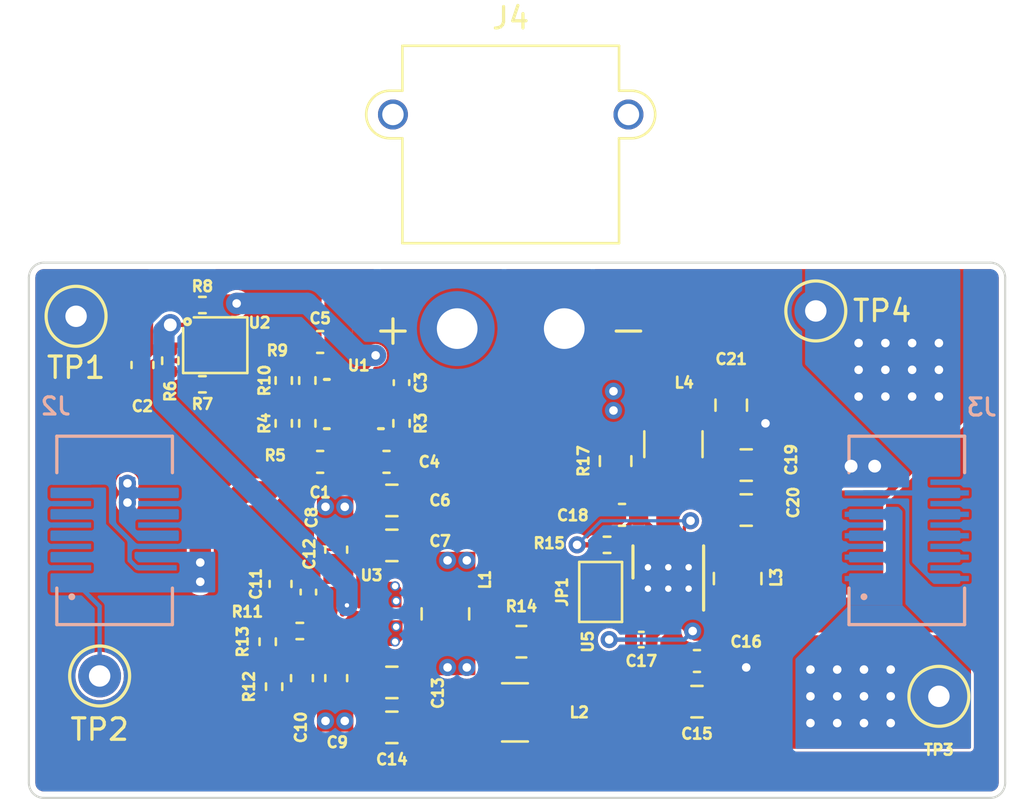
<source format=kicad_pcb>
(kicad_pcb (version 20221018) (generator pcbnew)
  (layers (0 "F.Cu" signal) (1 "In1.Cu" signal) (2 "In2.Cu" signal) (31 "B.Cu" signal) (34 "B.Paste" user) (35 "F.Paste" user) (36 "B.SilkS" user "B.Silkscreen") (37 "F.SilkS" user "F.Silkscreen") (38 "B.Mask" user) (39 "F.Mask" user) (44 "Edge.Cuts" user))
  (net 0 "")
  (net 1 "+BATT")
  (net 2 "GND")
  (net 3 "VBUS")
  (net 4 "+VDC")
  (net 5 "Net-(U1-SS)")
  (net 6 "Net-(U3-BST1)")
  (net 7 "Net-(C8-Pad2)")
  (net 8 "Net-(C9-Pad1)")
  (net 9 "Net-(U3-BST2)")
  (net 10 "Net-(C10-Pad1)")
  (net 11 "Net-(U3-FB)")
  (net 12 "Net-(U3-SCL)")
  (net 13 "+5V")
  (net 14 "Net-(U5-BST)")
  (net 15 "Net-(U5-LX)")
  (net 16 "Net-(U5-BIAS)")
  (net 17 "Net-(U5-OUT)")
  (net 18 "+3V3")
  (net 19 "Net-(JP1-B)")
  (net 20 "Net-(U1-ILM)")
  (net 21 "Net-(U1-OV1)")
  (net 22 "Net-(U2-IN+)")
  (net 23 "/LVC")
  (net 24 "Net-(U1-OV2)")
  (net 25 "Net-(U3-SEL)")
  (net 26 "Net-(U5-PGOOD)")
  (footprint "Capacitor_SMD:C_0603_1608Metric" (layer "F.Cu") (at 109.6 54.2 180)
    (fp_text reference "C5")
    (fp_text value "10uF")
  )
  (footprint "Capacitor_SMD:C_0805_2012Metric" (layer "F.Cu") (at 112.95 72.2)
    (fp_text reference "C14")
    (fp_text value "10uF")
  )
  (footprint "Capacitor_SMD:C_0805_2012Metric" (layer "F.Cu") (at 112.95 70.1)
    (fp_text reference "C13")
    (fp_text value "10uF")
  )
  (footprint "Capacitor_SMD:C_0805_2012Metric" (layer "F.Cu") (at 129.5 62.05)
    (fp_text reference "C20")
    (fp_text value "15uF")
  )
  (footprint "Resistor_SMD:R_0402_1005Metric" (layer "F.Cu") (at 107.9 56 90)
    (fp_text reference "R10")
    (fp_text value "5k")
  )
  (footprint "Capacitor_SMD:C_0805_2012Metric" (layer "F.Cu") (at 112.95 63.7)
    (fp_text reference "C7")
    (fp_text value "10uF")
  )
  (footprint "Inductor_SMD:L_1008_2520Metric_Pad1.43x2.20mm_HandSolder" (layer "F.Cu") (at 129.1 65.25 90)
    (fp_text reference "L3")
    (fp_text value "2.2uH")
  )
  (footprint "Resistor_SMD:R_0402_1005Metric" (layer "F.Cu") (at 123 63.675 180)
    (fp_text reference "R15")
    (fp_text value "20k")
  )
  (footprint "Resistor_SMD:R_0402_1005Metric" (layer "F.Cu") (at 104.1 52.475 180)
    (fp_text reference "R8")
    (fp_text value "510k")
  )
  (footprint "Capacitor_SMD:C_0603_1608Metric" (layer "F.Cu") (at 101.3 55.275 -90)
    (fp_text reference "C2")
    (fp_text value "1uF")
  )
  (footprint "Capacitor_SMD:C_0603_1608Metric" (layer "F.Cu") (at 112.7 59.8)
    (fp_text reference "C4")
    (fp_text value "1uF")
  )
  (footprint "Resistor_SMD:R_0402_1005Metric" (layer "F.Cu") (at 109 56 -90)
    (fp_text reference "R9")
    (fp_text value "23.7k")
  )
  (footprint "Inductor_SMD:L_1210_3225Metric_Pad1.42x2.65mm_HandSolder" (layer "F.Cu") (at 126.1 58.975 90)
    (fp_text reference "L4")
    (fp_text value "3.3uH")
  )
  (footprint "Resistor_SMD:R_0402_1005Metric" (layer "F.Cu") (at 107.9 58 90)
    (fp_text reference "R4")
    (fp_text value "23.7k")
  )
  (footprint "Resistor_SMD:R_0805_2012Metric" (layer "F.Cu") (at 119 68.2)
    (fp_text reference "R14")
    (fp_text value "100m")
  )
  (footprint "Capacitor_SMD:C_0603_1608Metric" (layer "F.Cu") (at 110.35 69.9 90)
    (fp_text reference "C9")
    (fp_text value "220nF")
  )
  (footprint "Capacitor_SMD:C_0402_1005Metric" (layer "F.Cu") (at 124.6 68.1 180)
    (fp_text reference "C17")
    (fp_text value "0.1uF")
  )
  (footprint "PowerPack_Lib:MAX77857-35WLP" (layer "F.Cu") (at 111.45 66.9)
    (fp_text reference "U3")
    (fp_text value "MAX77857")
  )
  (footprint "Resistor_SMD:R_0402_1005Metric" (layer "F.Cu") (at 102.6 55.075 -90)
    (fp_text reference "R6")
    (fp_text value "1.05M")
  )
  (footprint "TestPoint:TestPoint_Keystone_5000-5004_Miniature" (layer "F.Cu") (at 138.5 70.75)
    (fp_text reference "TP3")
    (fp_text value "TestPoint")
  )
  (footprint "Capacitor_SMD:C_0603_1608Metric" (layer "F.Cu") (at 123.7 62.275 180)
    (fp_text reference "C18")
    (fp_text value "1uF")
  )
  (footprint "Capacitor_SMD:C_0603_1608Metric" (layer "F.Cu") (at 127.2 69.1)
    (fp_text reference "C16")
    (fp_text value "4.7uF")
  )
  (footprint "TestPoint:TestPoint_Keystone_5000-5004_Miniature" (layer "F.Cu") (at 132.75 52.75)
    (fp_text reference "TP4")
    (fp_text value "TestPoint")
  )
  (footprint "Resistor_SMD:R_0402_1005Metric" (layer "F.Cu") (at 104.1 56.175)
    (fp_text reference "R7")
    (fp_text value "154k")
  )
  (footprint "Resistor_SMD:R_0402_1005Metric" (layer "F.Cu") (at 113.4 58 -90)
    (fp_text reference "R3")
    (fp_text value "44.2k")
  )
  (footprint "Inductor_SMD:L_1210_3225Metric_Pad1.42x2.65mm_HandSolder" (layer "F.Cu") (at 118.7 71.5)
    (fp_text reference "L2")
    (fp_text value "3.3uH")
  )
  (footprint "Capacitor_SMD:C_0805_2012Metric" (layer "F.Cu") (at 129.5 59.95)
    (fp_text reference "C19")
    (fp_text value "15uF")
  )
  (footprint "Capacitor_SMD:C_0402_1005Metric" (layer "F.Cu") (at 109.05 65.88 90)
    (fp_text reference "C12")
    (fp_text value "470nF")
  )
  (footprint "Resistor_SMD:R_0402_1005Metric" (layer "F.Cu") (at 107.45 70.3 90)
    (fp_text reference "R12")
    (fp_text value "178k")
  )
  (footprint "Capacitor_SMD:C_0805_2012Metric" (layer "F.Cu") (at 112.95 61.6)
    (fp_text reference "C6")
    (fp_text value "10uF")
  )
  (footprint "Inductor_SMD:L_1008_2520Metric_Pad1.43x2.20mm_HandSolder" (layer "F.Cu") (at 115.45 66.9 -90)
    (fp_text reference "L1")
    (fp_text value "1.0uH")
  )
  (footprint "Capacitor_SMD:C_0603_1608Metric" (layer "F.Cu") (at 107.75 65.5 90)
    (fp_text reference "C11")
    (fp_text value "2.2uF")
  )
  (footprint "Capacitor_SMD:C_0603_1608Metric" (layer "F.Cu") (at 110.35 63.9 90)
    (fp_text reference "C8")
    (fp_text value "220nF")
  )
  (footprint "PowerPack_Lib:MAX25232" (layer "F.Cu") (at 125.86 65.2225 90)
    (fp_text reference "U5")
    (fp_text value "MAX25232ATCB/V+T")
  )
  (footprint "PCM_Package_DFN_QFN_AKL:DFN-3-1EP-2x2mm_P0.5mm_EP1x1.35mm" (layer "F.Cu") (at 104.9 54.35)
    (fp_text reference "U2")
    (fp_text value "LT6703CDC-3" hide)
  )
  (footprint "Capacitor_SMD:C_0805_2012Metric" (layer "F.Cu") (at 128.8 57.15 -90)
    (fp_text reference "C21")
    (fp_text value "15uF")
  )
  (footprint "PowerPack_Lib:TPS2121" (layer "F.Cu") (at 111.2 57.1)
    (fp_text reference "U1")
    (fp_text value "TPS2121RUXR")
  )
  (footprint "Capacitor_SMD:C_0603_1608Metric" (layer "F.Cu") (at 109.6 59.8 180)
    (fp_text reference "C1")
    (fp_text value "10uF")
  )
  (footprint "Capacitor_SMD:C_0402_1005Metric" (layer "F.Cu") (at 113.4 56.1 90)
    (fp_text reference "C3")
    (fp_text value "10nF")
  )
  (footprint "Resistor_SMD:R_0402_1005Metric" (layer "F.Cu") (at 109 58 -90)
    (fp_text reference "R5")
    (fp_text value "5k")
  )
  (footprint "Resistor_SMD:R_0402_1005Metric" (layer "F.Cu") (at 108.65 67.7)
    (fp_text reference "R11")
    (fp_text value "64.9k")
  )
  (footprint "Capacitor_SMD:C_0603_1608Metric" (layer "F.Cu") (at 108.75 69.9 90)
    (fp_text reference "C10")
    (fp_text value "10pF")
  )
  (footprint "Connector_AMASS:AMASS_XT30PW-M_1x02_P2.50mm_Horizontal" (layer "F.Cu") (at 121 53.575)
    (fp_text reference "J4")
    (fp_text value "XT30")
  )
  (footprint "Resistor_SMD:R_0402_1005Metric" (layer "F.Cu") (at 107.15 68.2 90)
    (fp_text reference "R13")
    (fp_text value "12.7k")
  )
  (footprint "Jumper:SolderJumper-2_P1.3mm_Open_TrianglePad1.0x1.5mm" (layer "F.Cu") (at 122.7 65.875 90)
    (fp_text reference "JP1")
    (fp_text value "SolderJumper_2_Open")
  )
  (footprint "Capacitor_SMD:C_0805_2012Metric" (layer "F.Cu") (at 127.2 71)
    (fp_text reference "C15")
    (fp_text value "15uF")
  )
  (footprint "TestPoint:TestPoint_Keystone_5000-5004_Miniature" (layer "F.Cu") (at 98.2 53)
    (fp_text reference "TP1")
    (fp_text value "TestPoint")
  )
  (footprint "TestPoint:TestPoint_Keystone_5000-5004_Miniature" (layer "F.Cu") (at 99.3 69.8)
    (fp_text reference "TP2")
    (fp_text value "TestPoint")
  )
  (footprint "Resistor_SMD:R_0805_2012Metric" (layer "F.Cu") (at 123.4 59.7625 90)
    (fp_text reference "R17")
    (fp_text value "100m")
  )
  (footprint "PowerPack_Lib:CON_529910208" (layer "B.Cu") (at 137 63 90)
    (fp_text reference "J3")
    (fp_text value "529910208")
  )
  (footprint "PowerPack_Lib:CON_529910208" (layer "B.Cu") (at 100 63 90)
    (fp_text reference "J2")
    (fp_text value "529910208")
  )
  (gr_line (start 140.894975 75.494975) (end 96.694975 75.494975) (stroke (width 0.1)) (layer "Edge.Cuts"))
  (gr_arc (start 96.694975 75.494975) (mid 96.2 75.28995) (end 95.994975 74.794975) (stroke (width 0.1)) (layer "Edge.Cuts"))
  (gr_arc (start 141.594975 74.794975) (mid 141.389957 75.289957) (end 140.894975 75.494975) (stroke (width 0.1)) (layer "Edge.Cuts"))
  (gr_arc (start 140.894975 50.494975) (mid 141.389975 50.69999) (end 141.594975 51.194975) (stroke (width 0.1)) (layer "Edge.Cuts"))
  (gr_line (start 96.694975 50.494975) (end 140.894975 50.494975) (stroke (width 0.1)) (layer "Edge.Cuts"))
  (gr_line (start 95.994975 74.794975) (end 95.994975 51.194975) (stroke (width 0.1)) (layer "Edge.Cuts"))
  (gr_arc (start 95.994975 51.194975) (mid 96.2 50.7) (end 96.694975 50.494975) (stroke (width 0.1)) (layer "Edge.Cuts"))
  (gr_line (start 141.594975 51.194975) (end 141.594975 74.794975) (stroke (width 0.1)) (layer "Edge.Cuts"))
  (segment (start 109.91 55.49) (end 110.1 55.3) (width 0.25) (layer "F.Cu") (net 1))
  (segment (start 109 55.49) (end 109.91 55.49) (width 0.25) (layer "F.Cu") (net 1))
  (segment (start 130.3 58.1) (end 130.4 58) (width 1) (layer "F.Cu") (net 2))
  (segment (start 127.11 66.6975) (end 127.11 66.0225) (width 0.15) (layer "F.Cu") (net 2))
  (segment (start 129.2 69.1) (end 129.5 69.4) (width 1) (layer "F.Cu") (net 2))
  (segment (start 127.975 70.825) (end 128.15 71) (width 1) (layer "F.Cu") (net 2))
  (segment (start 130.45 58.05) (end 130.4 58) (width 1) (layer "F.Cu") (net 2))
  (segment (start 127.11 66.0225) (end 126.81 65.7225) (width 0.15) (layer "F.Cu") (net 2))
  (segment (start 130.45 59.95) (end 130.45 58.05) (width 1) (layer "F.Cu") (net 2))
  (segment (start 127.975 69.1) (end 127.975 70.825) (width 1) (layer "F.Cu") (net 2))
  (segment (start 128.8 58.1) (end 130.3 58.1) (width 1) (layer "F.Cu") (net 2))
  (segment (start 127.975 69.1) (end 129.2 69.1) (width 1) (layer "F.Cu") (net 2))
  (via (at 135.5 60) (size 1) (drill 0.6) (layers "F.Cu" "B.Cu") (net 2))
  (via (at 129.5 69.4) (size 0.8) (drill 0.4) (layers "F.Cu" "B.Cu") (net 2))
  (via (at 130.4 58) (size 0.8) (drill 0.4) (layers "F.Cu" "B.Cu") (net 2))
  (via (at 134.4 60) (size 1) (drill 0.6) (layers "F.Cu" "B.Cu") (net 2))
  (segment (start 101.050002 64.750002) (end 100.7 64.4) (width 0.2) (layer "B.Cu") (net 2))
  (segment (start 100.7 64.4) (end 100.7 63.5) (width 0.2) (layer "B.Cu") (net 2))
  (segment (start 102.000001 64.750002) (end 101.050002 64.750002) (width 0.2) (layer "B.Cu") (net 2))
  (segment (start 107.333812 60.966188) (end 107.333812 59.076188) (width 0.2) (layer "F.Cu") (net 3))
  (segment (start 110.375 60.125) (end 109.533812 60.966188) (width 0.2) (layer "F.Cu") (net 3))
  (segment (start 104 64.5) (end 104 65.4) (width 1) (layer "F.Cu") (net 3))
  (segment (start 109.533812 60.966188) (end 107.333812 60.966188) (width 0.2) (layer "F.Cu") (net 3))
  (segment (start 110.375 59.8) (end 110.375 60.125) (width 0.15) (layer "F.Cu") (net 3))
  (segment (start 104 63.2) (end 104 64.5) (width 1) (layer "F.Cu") (net 3))
  (segment (start 107.333812 60.966188) (end 107.1 61.2) (width 1) (layer "F.Cu") (net 3))
  (segment (start 107.1 61.2) (end 106 61.2) (width 1) (layer "F.Cu") (net 3))
  (segment (start 107.333812 59.076188) (end 107.9 58.51) (width 0.2) (layer "F.Cu") (net 3))
  (segment (start 106 61.2) (end 104 63.2) (width 1) (layer "F.Cu") (net 3))
  (via (at 104 64.5) (size 0.8) (drill 0.4) (layers "F.Cu" "B.Cu") (net 3))
  (via (at 104 65.4) (size 0.8) (drill 0.4) (layers "F.Cu" "B.Cu") (net 3))
  (segment (start 99.3 66.55) (end 99.3 69.8) (width 0.2) (layer "B.Cu") (net 3))
  (segment (start 97.999999 65.250001) (end 99.3 66.55) (width 0.2) (layer "B.Cu") (net 3))
  (segment (start 104.61 51.71) (end 104.3 51.4) (width 1) (layer "F.Cu") (net 4))
  (segment (start 104.61 52.475) (end 105.625 52.475) (width 1) (layer "F.Cu") (net 4))
  (segment (start 112.190828 54.824535) (end 111.524998 55.490365) (width 0.4) (layer "F.Cu") (net 4))
  (segment (start 111.524998 55.490365) (end 111.524998 56.425) (width 0.4) (layer "F.Cu") (net 4))
  (segment (start 101.365 54.565) (end 101.3 54.5) (width 0.25) (layer "F.Cu") (net 4))
  (segment (start 105.625 52.475) (end 105.7 52.4) (width 1) (layer "F.Cu") (net 4))
  (segment (start 104.3 51.4) (end 102 51.4) (width 1) (layer "F.Cu") (net 4))
  (segment (start 103.9375 54.35) (end 102.815 54.35) (width 0.25) (layer "F.Cu") (net 4))
  (segment (start 102.815 54.35) (end 102.6 54.565) (width 0.25) (layer "F.Cu") (net 4))
  (segment (start 102.6 54.565) (end 101.365 54.565) (width 0.5) (layer "F.Cu") (net 4))
  (segment (start 104.61 52.475) (end 104.61 51.71) (width 1) (layer "F.Cu") (net 4))
  (segment (start 101.3 52.1) (end 101.3 54.5) (width 1) (layer "F.Cu") (net 4))
  (segment (start 102 51.4) (end 101.3 52.1) (width 1) (layer "F.Cu") (net 4))
  (via (at 105.7 52.4) (size 0.8) (drill 0.4) (layers "F.Cu" "B.Cu") (net 4))
  (via (at 112.190828 54.824535) (size 0.8) (drill 0.4) (layers "F.Cu" "B.Cu") (net 4))
  (segment (start 111.424535 54.824535) (end 109 52.4) (width 1) (layer "B.Cu") (net 4))
  (segment (start 112.190828 54.824535) (end 111.424535 54.824535) (width 1) (layer "B.Cu") (net 4))
  (segment (start 109 52.4) (end 105.7 52.4) (width 1) (layer "B.Cu") (net 4))
  (segment (start 112.349998 56.85) (end 113.13 56.85) (width 0.15) (layer "F.Cu") (net 5))
  (segment (start 113.13 56.85) (end 113.4 56.58) (width 0.15) (layer "F.Cu") (net 5))
  (via (at 109.85 61.9) (size 0.8) (drill 0.4) (layers "F.Cu" "B.Cu") (net 7))
  (via (at 115.55 64.4) (size 0.8) (drill 0.4) (layers "F.Cu" "B.Cu") (net 7))
  (via (at 113.15 66.3) (size 0.45) (drill 0.3) (layers "F.Cu" "B.Cu") (net 7))
  (via (at 116.45 64.4) (size 0.8) (drill 0.4) (layers "F.Cu" "B.Cu") (net 7))
  (via (at 113.1 65.6) (size 0.45) (drill 0.3) (layers "F.Cu" "B.Cu") (net 7))
  (via (at 110.75 61.9) (size 0.8) (drill 0.4) (layers "F.Cu" "B.Cu") (net 7))
  (via (at 113.15 67.5) (size 0.45) (drill 0.3) (layers "F.Cu" "B.Cu") (net 8))
  (via (at 116.45 69.4) (size 0.8) (drill 0.4) (layers "F.Cu" "B.Cu") (net 8))
  (via (at 113.1 68.2) (size 0.45) (drill 0.3) (layers "F.Cu" "B.Cu") (net 8))
  (via (at 115.55 69.4) (size 0.8) (drill 0.4) (layers "F.Cu" "B.Cu") (net 8))
  (via (at 109.85 71.9) (size 0.8) (drill 0.4) (layers "F.Cu" "B.Cu") (net 8))
  (via (at 110.75 71.9) (size 0.8) (drill 0.4) (layers "F.Cu" "B.Cu") (net 8))
  (segment (start 110.7 73.5) (end 112 72.2) (width 0.8) (layer "F.Cu") (net 10))
  (segment (start 108.75 70.675) (end 108.625 70.8) (width 0.8) (layer "F.Cu") (net 10))
  (segment (start 108.625 70.8) (end 107.46 70.8) (width 0.8) (layer "F.Cu") (net 10))
  (segment (start 109.3 73.5) (end 110.7 73.5) (width 0.8) (layer "F.Cu") (net 10))
  (segment (start 108.75 72.95) (end 109.3 73.5) (width 0.8) (layer "F.Cu") (net 10))
  (segment (start 107.46 70.8) (end 107.45 70.81) (width 0.8) (layer "F.Cu") (net 10))
  (segment (start 108.75 70.675) (end 108.75 72.95) (width 0.8) (layer "F.Cu") (net 10))
  (segment (start 108.75 69.125) (end 108.825 69.125) (width 0.1) (layer "F.Cu") (net 11))
  (segment (start 123.425 66.6) (end 122.7 66.6) (width 0.25) (layer "F.Cu") (net 13))
  (via (at 132.5 72) (size 0.8) (drill 0.4) (layers "F.Cu" "B.Cu") (net 13))
  (via (at 135 69.5) (size 0.8) (drill 0.4) (layers "F.Cu" "B.Cu") (net 13))
  (via (at 135 70.75) (size 0.8) (drill 0.4) (layers "F.Cu" "B.Cu") (net 13))
  (via (at 133.75 72) (size 0.8) (drill 0.4) (layers "F.Cu" "B.Cu") (net 13))
  (via (at 133.75 70.75) (size 0.8) (drill 0.4) (layers "F.Cu" "B.Cu") (net 13))
  (via (at 135 72) (size 0.8) (drill 0.4) (layers "F.Cu" "B.Cu") (net 13))
  (via (at 133.75 69.5) (size 0.8) (drill 0.4) (layers "F.Cu" "B.Cu") (net 13))
  (via (at 136.25 70.75) (size 0.8) (drill 0.4) (layers "F.Cu" "B.Cu") (net 13))
  (via (at 136.25 72) (size 0.8) (drill 0.4) (layers "F.Cu" "B.Cu") (net 13))
  (via (at 132.5 69.5) (size 0.8) (drill 0.4) (layers "F.Cu" "B.Cu") (net 13))
  (via (at 132.5 70.75) (size 0.8) (drill 0.4) (layers "F.Cu" "B.Cu") (net 13))
  (via (at 136.25 69.5) (size 0.8) (drill 0.4) (layers "F.Cu" "B.Cu") (net 13))
  (segment (start 125.61 66.6975) (end 125.61 67.57) (width 0.25) (layer "F.Cu") (net 14))
  (segment (start 125.61 67.57) (end 125.08 68.1) (width 0.25) (layer "F.Cu") (net 14))
  (segment (start 124.12 68.1) (end 123.1 68.1) (width 0.2) (layer "F.Cu") (net 15))
  (via (at 127 67.7) (size 0.8) (drill 0.4) (layers "F.Cu" "B.Cu") (net 15))
  (via (at 123.1 68.1) (size 0.8) (drill 0.4) (layers "F.Cu" "B.Cu") (net 15))
  (segment (start 123.1 68.1) (end 126.6 68.1) (width 0.2) (layer "B.Cu") (net 15))
  (segment (start 126.6 68.1) (end 127 67.7) (width 0.2) (layer "B.Cu") (net 15))
  (segment (start 125.11 62.91) (end 125.11 63.7475) (width 0.25) (layer "F.Cu") (net 16))
  (segment (start 123.3 62.975) (end 123.775 62.975) (width 0.2) (layer "F.Cu") (net 16))
  (segment (start 125.61 63.7475) (end 125.11 63.7475) (width 0.25) (layer "F.Cu") (net 16))
  (segment (start 122.6 63.675) (end 123.3 62.975) (width 0.2) (layer "F.Cu") (net 16))
  (segment (start 123.775 62.975) (end 124.475 62.275) (width 0.2) (layer "F.Cu") (net 16))
  (segment (start 126.61 62.84) (end 126.9 62.55) (width 0.15) (layer "F.Cu") (net 16))
  (segment (start 126.61 63.7475) (end 126.61 62.84) (width 0.15) (layer "F.Cu") (net 16))
  (segment (start 121.6 63.675) (end 122.465 63.675) (width 0.25) (layer "F.Cu") (net 16))
  (segment (start 122.49 63.675) (end 122.6 63.675) (width 0.2) (layer "F.Cu") (net 16))
  (segment (start 124.475 62.275) (end 125.11 62.91) (width 0.25) (layer "F.Cu") (net 16))
  (via (at 126.9 62.55) (size 0.8) (drill 0.4) (layers "F.Cu" "B.Cu") (net 16))
  (via (at 121.6 63.675) (size 0.8) (drill 0.4) (layers "F.Cu" "B.Cu") (net 16))
  (segment (start 122.725 62.55) (end 126.9 62.55) (width 0.15) (layer "B.Cu") (net 16))
  (segment (start 121.6 63.675) (end 122.725 62.55) (width 0.15) (layer "B.Cu") (net 16))
  (via (at 123.3 57.4) (size 0.8) (drill 0.4) (layers "F.Cu" "B.Cu") (net 18))
  (via (at 138.5 55.5) (size 0.8) (drill 0.4) (layers "F.Cu" "B.Cu") (net 18))
  (via (at 100.6 61.7) (size 0.8) (drill 0.4) (layers "F.Cu" "B.Cu") (net 18))
  (via (at 123.3 56.5) (size 0.8) (drill 0.4) (layers "F.Cu" "B.Cu") (net 18))
  (via (at 134.75 54.25) (size 0.8) (drill 0.4) (layers "F.Cu" "B.Cu") (net 18))
  (via (at 100.6 60.8) (size 0.8) (drill 0.4) (layers "F.Cu" "B.Cu") (net 18))
  (via (at 138.5 54.25) (size 0.8) (drill 0.4) (layers "F.Cu" "B.Cu") (net 18))
  (via (at 136 54.25) (size 0.8) (drill 0.4) (layers "F.Cu" "B.Cu") (net 18))
  (via (at 137.25 55.5) (size 0.8) (drill 0.4) (layers "F.Cu" "B.Cu") (net 18))
  (via (at 136 56.75) (size 0.8) (drill 0.4) (layers "F.Cu" "B.Cu") (net 18))
  (via (at 138.5 56.75) (size 0.8) (drill 0.4) (layers "F.Cu" "B.Cu") (net 18))
  (via (at 137.25 54.25) (size 0.8) (drill 0.4) (layers "F.Cu" "B.Cu") (net 18))
  (via (at 136 55.5) (size 0.8) (drill 0.4) (layers "F.Cu" "B.Cu") (net 18))
  (via (at 134.75 56.75) (size 0.8) (drill 0.4) (layers "F.Cu" "B.Cu") (net 18))
  (via (at 134.75 55.5) (size 0.8) (drill 0.4) (layers "F.Cu" "B.Cu") (net 18))
  (via (at 137.25 56.75) (size 0.8) (drill 0.4) (layers "F.Cu" "B.Cu") (net 18))
  (segment (start 139.000001 61.250001) (end 135.000001 61.250001) (width 0.25) (layer "B.Cu") (net 18))
  (segment (start 123.0625 65.15) (end 122.7 65.15) (width 0.25) (layer "F.Cu") (net 19))
  (segment (start 124.61 66.6975) (end 123.0625 65.15) (width 0.25) (layer "F.Cu") (net 19))
  (segment (start 112.349998 57.35) (end 113.26 57.35) (width 0.15) (layer "F.Cu") (net 20))
  (segment (start 113.26 57.35) (end 113.4 57.49) (width 0.15) (layer "F.Cu") (net 20))
  (segment (start 110.05 57.35) (end 109.14 57.35) (width 0.15) (layer "F.Cu") (net 21))
  (segment (start 109.14 57.35) (end 109 57.49) (width 0.15) (layer "F.Cu") (net 21))
  (segment (start 107.9 57.49) (end 109 57.49) (width 0.3) (layer "F.Cu") (net 21))
  (segment (start 102.6 55.585) (end 103.2025 55.585) (width 0.15) (layer "F.Cu") (net 22))
  (segment (start 103.2025 55.585) (end 103.9375 54.85) (width 0.15) (layer "F.Cu") (net 22))
  (segment (start 103.59 55.1975) (end 103.59 56.175) (width 0.15) (layer "F.Cu") (net 22))
  (segment (start 103.9375 54.85) (end 103.59 55.1975) (width 0.15) (layer "F.Cu") (net 22))
  (segment (start 103.4875 53.4) (end 103.9375 53.85) (width 0.2) (layer "F.Cu") (net 23))
  (segment (start 102.6 53.4) (end 103.4875 53.4) (width 0.2) (layer "F.Cu") (net 23))
  (segment (start 103.9375 52.8225) (end 103.59 52.475) (width 0.15) (layer "F.Cu") (net 23))
  (segment (start 103.9375 53.85) (end 103.9375 52.8225) (width 0.15) (layer "F.Cu") (net 23))
  (via (at 102.6 53.4) (size 1) (drill 0.6) (layers "F.Cu" "B.Cu") (net 23))
  (via (at 110.85 66.5) (size 0.4064) (drill 0.2032) (layers "F.Cu" "B.Cu") (net 23))
  (segment (start 102.3 57) (end 110.85 65.55) (width 1) (layer "B.Cu") (net 23))
  (segment (start 102.3 53.7) (end 102.3 57) (width 1) (layer "B.Cu") (net 23))
  (segment (start 102.6 53.4) (end 102.3 53.7) (width 1) (layer "B.Cu") (net 23))
  (segment (start 110.85 65.55) (end 110.85 66.5) (width 1) (layer "B.Cu") (net 23))
  (segment (start 107.9 56.51) (end 109 56.51) (width 0.3) (layer "F.Cu") (net 24))
  (segment (start 109.34 56.85) (end 109 56.51) (width 0.15) (layer "F.Cu") (net 24))
  (segment (start 110.05 56.85) (end 109.34 56.85) (width 0.15) (layer "F.Cu") (net 24))
  (segment (start 109.16 67.7) (end 109.56 67.3) (width 0.1) (layer "F.Cu") (net 25))
  (segment (start 109.56 67.3) (end 110.25 67.3) (width 0.1) (layer "F.Cu") (net 25))
  (segment (start 124.61 63.7475) (end 123.5825 63.7475) (width 0.25) (layer "F.Cu") (net 26))
  (segment (start 123.5825 63.7475) (end 123.51 63.675) (width 0.25) (layer "F.Cu") (net 26))
  (zone (net 17) (net_name "Net-(U5-OUT)") (layer "F.Cu") (priority 15) (connect_pads yes (clearance 0.13)) (min_thickness 0.13) (fill yes (thermal_gap 0.5) (thermal_bridge_width 0.5))
    (polygon (pts (xy 122.4 61.55) (xy 122.4 59.45) (xy 127.7 59.45) (xy 127.7 61.55)))
  )
  (zone (net 12) (net_name "Net-(U3-SCL)") (layer "F.Cu") (priority 2) (connect_pads yes (clearance 0.13)) (min_thickness 0.13) (fill yes (thermal_gap 0.5) (thermal_bridge_width 0.5))
    (polygon (pts (xy 110.85 67.1) (xy 107.15 67.1) (xy 107.15 65.6) (xy 110.85 65.6)))
  )
  (zone (net 8) (net_name "Net-(C9-Pad1)") (layer "F.Cu") (priority 5) (connect_pads yes (clearance 0.13)) (min_thickness 0.13) (fill yes (thermal_gap 0.5) (thermal_bridge_width 0.5))
    (polygon (pts (xy 111.75 67.4) (xy 112.35 67.4) (xy 112.45 67.5) (xy 112.45 68.4) (xy 113.15 68.4) (xy 113.45 68.1) (xy 113.45 67.2) (xy 111.75 67.2)))
  )
  (zone (net 6) (net_name "Net-(U3-BST1)") (layer "F.Cu") (priority 4) (connect_pads yes (clearance 0.13)) (min_thickness 0.13) (fill yes (thermal_gap 0.5) (thermal_bridge_width 0.5))
    (polygon (pts (xy 111.15 66.2) (xy 111.15 64.1) (xy 109.75 64.1) (xy 109.75 65.5) (xy 110.85 65.5) (xy 110.95 66.2)))
  )
  (zone (net 11) (net_name "Net-(U3-FB)") (layer "F.Cu") (priority 6) (connect_pads yes (clearance 0.13)) (min_thickness 0.13) (fill yes (thermal_gap 0.5) (thermal_bridge_width 0.5))
    (polygon (pts (xy 106.65 70.2) (xy 106.65 68.3) (xy 109.45 68.3) (xy 110.25 67.5) (xy 110.45 67.5) (xy 110.45 67.8) (xy 110.35 67.9) (xy 110.25 67.9) (xy 109.35 68.8) (xy 109.35 70.2)))
  )
  (zone (net 15) (net_name "Net-(U5-LX)") (layer "F.Cu") (priority 14) (connect_pads yes (clearance 0.13)) (min_thickness 0.13) (fill yes (thermal_gap 0.5) (thermal_bridge_width 0.5))
    (polygon (pts (xy 130.4 65.45) (xy 126.4 65.45) (xy 126.4 68.15) (xy 130 68.15) (xy 130.4 67.75)))
  )
  (zone (net 7) (net_name "Net-(C8-Pad2)") (layer "F.Cu") (priority 8) (connect_pads yes (clearance 0.13)) (min_thickness 0.13) (fill yes (thermal_gap 0.5) (thermal_bridge_width 0.5))
    (polygon (pts (xy 116.85 64) (xy 116.85 66.8) (xy 114.15 66.8) (xy 114.15 64.9) (xy 115.05 64)))
  )
  (zone (net 3) (net_name "VBUS") (layer "F.Cu") (priority 12) (connect_pads yes (clearance 0.13)) (min_thickness 0.13) (fill yes (thermal_gap 0.5) (thermal_bridge_width 0.5))
    (polygon (pts (xy 111.1 60.5) (xy 111.1 57.1) (xy 110.5 57.1) (xy 110.5 58.4) (xy 109.7 59.1) (xy 109.7 60.5)))
  )
  (zone (net 2) (net_name "GND") (layer "F.Cu") (name "GND") (connect_pads yes (clearance 0.13)) (min_thickness 0.13) (fill yes (thermal_gap 0.5) (thermal_bridge_width 0.5))
    (polygon (pts (xy 112.95 59.9) (xy 114.7 59.9) (xy 114.7 64.65) (xy 113.95 64.65) (xy 113.95 69.15) (xy 114.7 69.15) (xy 114.7 73.1) (xy 112.95 73.1) (xy 112.95 67.4) (xy 112.7 67.15) (xy 111.45 67.15) (xy 110.7 67.9) (xy 110.45 67.9) (xy 110.45 67.15) (xy 110.95 66.65) (xy 112.7 66.65) (xy 112.95 66.4)))
  )
  (zone (net 13) (net_name "+5V") (layer "F.Cu") (name "5v") (priority 18) (connect_pads yes (clearance 0.13)) (min_thickness 0.13) (fill yes (thermal_gap 0.5) (thermal_bridge_width 0.5))
    (polygon (pts (xy 126.8 73.2) (xy 140 73.2) (xy 140 67.9) (xy 130.4 67.9) (xy 130 68.3) (xy 126.8 68.3)))
  )
  (zone (net 1) (net_name "+BATT") (layer "F.Cu") (priority 8) (connect_pads yes (clearance 0.13)) (min_thickness 0.13) (fill yes (thermal_gap 0.5) (thermal_bridge_width 0.5))
    (polygon (pts (xy 111.025 55.5) (xy 118.125 55.5) (xy 118.125 50.5) (xy 112.725 50.5) (xy 111.025 52.2)))
  )
  (zone (net 13) (net_name "+5V") (layer "F.Cu") (priority 13) (connect_pads yes (clearance 0.13)) (min_thickness 0.13) (fill yes (thermal_gap 0.5) (thermal_bridge_width 0.5))
    (polygon (pts (xy 125.5 66.2) (xy 125.5 69.9) (xy 127 69.9) (xy 127 67) (xy 126.2 66.2)))
  )
  (zone (net 2) (net_name "GND") (layer "F.Cu") (name "GND") (priority 20) (connect_pads yes (clearance 0.13)) (min_thickness 0.13) (fill yes (thermal_gap 0.5) (thermal_bridge_width 0.5))
    (polygon (pts (xy 136 61) (xy 136 59.4) (xy 133.9 59.4) (xy 133.9 61)))
  )
  (zone (net 9) (net_name "Net-(U3-BST2)") (layer "F.Cu") (priority 4) (connect_pads yes (clearance 0.13)) (min_thickness 0.13) (fill yes (thermal_gap 0.5) (thermal_bridge_width 0.5))
    (polygon (pts (xy 111.15 67.6) (xy 111.15 69.7) (xy 109.75 69.7) (xy 109.75 68.3) (xy 110.85 68.3) (xy 110.95 67.6)))
  )
  (zone (net 17) (net_name "Net-(U5-OUT)") (layer "F.Cu") (priority 14) (connect_pads yes (clearance 0.13)) (min_thickness 0.13) (fill yes (thermal_gap 0.5) (thermal_bridge_width 0.5))
    (polygon (pts (xy 130.4 65.05) (xy 125.3 65.05) (xy 125.3 59.05) (xy 129.1 59.05) (xy 130.4 60.35)))
  )
  (zone (net 8) (net_name "Net-(C9-Pad1)") (layer "F.Cu") (priority 8) (connect_pads yes (clearance 0.13)) (min_thickness 0.13) (fill yes (thermal_gap 0.5) (thermal_bridge_width 0.5))
    (polygon (pts (xy 116.85 69.8) (xy 116.85 67) (xy 114.15 67) (xy 114.15 68.9) (xy 115.05 69.8)))
  )
  (zone (net 4) (net_name "+VDC") (layer "F.Cu") (name "VDC") (priority 1) (connect_pads yes (clearance 0.13)) (min_thickness 0.13) (fill yes (thermal_gap 0.5) (thermal_bridge_width 0.5))
    (polygon (pts (xy 111.2 66.65) (xy 111.2 59.9) (xy 112.7 59.9) (xy 112.7 65.9) (xy 112.2 66.4) (xy 111.7 66.4) (xy 111.45 66.65)))
  )
  (zone (net 23) (net_name "/LVC") (layer "F.Cu") (priority 3) (connect_pads yes (clearance 0.13)) (min_thickness 0.13) (fill yes (thermal_gap 0.5) (thermal_bridge_width 0.5))
    (polygon (pts (xy 111.25 66.3) (xy 111.25 66.7) (xy 110.45 66.7) (xy 110.45 66.3)))
  )
  (zone (net 1) (net_name "+BATT") (layer "F.Cu") (priority 13) (connect_pads yes (clearance 0.13)) (min_thickness 0.13) (fill yes (thermal_gap 0.5) (thermal_bridge_width 0.5))
    (polygon (pts (xy 111.1 57.1) (xy 111.1 52.2) (xy 109.8 52.2) (xy 109.8 55.4) (xy 110.6 56.2) (xy 110.6 57.1)))
  )
  (zone (net 4) (net_name "+VDC") (layer "F.Cu") (priority 11) (connect_pads yes (clearance 0.13)) (min_thickness 0.13) (fill yes (thermal_gap 0.5) (thermal_bridge_width 0.5))
    (polygon (pts (xy 111.2 55.7) (xy 111.2 60.5) (xy 112.5 60.5) (xy 112.6 60.4) (xy 112.6 58.8) (xy 111.9 58.1) (xy 111.9 55.7)))
  )
  (zone (net 8) (net_name "Net-(C9-Pad1)") (layer "F.Cu") (priority 9) (connect_pads yes (clearance 0.13)) (min_thickness 0.13) (fill yes (thermal_gap 0.5) (thermal_bridge_width 0.5))
    (polygon (pts (xy 111.15 70.1) (xy 111.15 72.4) (xy 109.45 72.4) (xy 109.45 70.1)))
  )
  (zone (net 13) (net_name "+5V") (layer "F.Cu") (priority 17) (connect_pads yes (clearance 0.13)) (min_thickness 0.13) (fill yes (thermal_gap 0.5) (thermal_bridge_width 0.5))
    (polygon (pts (xy 119.1 66.4) (xy 125.1 66.4) (xy 127 68.3) (xy 127 73.2) (xy 119.1 73.2)))
  )
  (zone (net 2) (net_name "GND") (layer "F.Cu") (name "GND") (connect_pads yes (clearance 0.13)) (min_thickness 0.13) (fill yes (thermal_gap 0.5) (thermal_bridge_width 0.5))
    (polygon (pts (xy 133.9 59.4) (xy 141 59.4) (xy 141 65.5) (xy 133.9 65.5)))
  )
  (zone (net 7) (net_name "Net-(C8-Pad2)") (layer "F.Cu") (priority 9) (connect_pads yes (clearance 0.13)) (min_thickness 0.13) (fill yes (thermal_gap 0.5) (thermal_bridge_width 0.5))
    (polygon (pts (xy 111.15 61.4) (xy 111.15 63.7) (xy 109.45 63.7) (xy 109.45 61.4)))
  )
  (zone (net 10) (net_name "Net-(C10-Pad1)") (layer "F.Cu") (priority 16) (connect_pads yes (clearance 0.13)) (min_thickness 0.13) (fill yes (thermal_gap 0.5) (thermal_bridge_width 0.5))
    (polygon (pts (xy 114.8 73.3) (xy 114.8 69.9) (xy 117 69.9) (xy 117 67.3) (xy 117.3 67) (xy 118.9 67) (xy 118.9 72.8) (xy 117.8 73.9) (xy 112.6 73.9) (xy 112.6 73.3)))
  )
  (zone (net 10) (net_name "Net-(C10-Pad1)") (layer "F.Cu") (name "VDC") (priority 1) (connect_pads yes (clearance 0.13)) (min_thickness 0.13) (fill yes (thermal_gap 0.5) (thermal_bridge_width 0.5))
    (polygon (pts (xy 111.2 67.15) (xy 111.2 73.9) (xy 112.7 73.9) (xy 112.7 67.9) (xy 112.2 67.4) (xy 111.7 67.4) (xy 111.45 67.15)))
  )
  (zone (net 18) (net_name "+3V3") (layer "F.Cu") (name "3.v") (priority 19) (connect_pads yes (clearance 0.13)) (min_thickness 0.13) (fill yes (thermal_gap 0.5) (thermal_bridge_width 0.5))
    (polygon (pts (xy 122.4 59.45) (xy 122.4 50.5) (xy 141 50.5) (xy 141 56.6) (xy 135.9 61.7) (xy 135.9 65.7) (xy 135.6 66) (xy 133.4 66) (xy 131.3 63.9) (xy 131.3 60.7) (xy 130.05 59.45)))
  )
  (zone (net 7) (net_name "Net-(C8-Pad2)") (layer "F.Cu") (priority 5) (connect_pads yes (clearance 0.13)) (min_thickness 0.13) (fill yes (thermal_gap 0.5) (thermal_bridge_width 0.5))
    (polygon (pts (xy 111.7 66.4) (xy 112.3 66.4) (xy 112.4 66.3) (xy 112.4 65.4) (xy 113.1 65.4) (xy 113.4 65.7) (xy 113.4 66.6) (xy 111.7 66.6)))
  )
  (zone (net 2) (net_name "GND") (layers "F.Cu" "In1.Cu" "B.Cu") (name "GND") (connect_pads yes (clearance 0.13)) (min_thickness 0.13) (fill yes (thermal_gap 0.5) (thermal_bridge_width 0.5))
    (polygon (pts (xy 96 50.5) (xy 141.6 50.5) (xy 141.6 75.5) (xy 96 75.5)))
  )
  (zone (net 13) (net_name "+5V") (layer "B.Cu") (name "5V") (priority 25) (connect_pads yes (clearance 0.13)) (min_thickness 0.13) (fill yes (thermal_gap 0.5) (thermal_bridge_width 0.5))
    (polygon (pts (xy 134.3 66.5) (xy 131.8 69) (xy 131.8 73.2) (xy 140 73.2) (xy 140 69.7) (xy 136.8 66.5)))
  )
  (zone (net 3) (net_name "VBUS") (layer "B.Cu") (name "VBUS") (priority 21) (connect_pads yes (clearance 0.13)) (min_thickness 0.13) (fill yes (thermal_gap 0.5) (thermal_bridge_width 0.5))
    (polygon (pts (xy 104.7 64) (xy 100.9 64) (xy 99.6 62.7) (xy 99.6 61) (xy 97 61) (xy 97 65.9) (xy 104.7 65.9)))
  )
  (zone (net 13) (net_name "+5V") (layer "B.Cu") (name "5V") (priority 24) (connect_pads yes (clearance 0.13)) (min_thickness 0.13) (fill yes (thermal_gap 0.5) (thermal_bridge_width 0.5))
    (polygon (pts (xy 136.6 61.9) (xy 136.8 62.1) (xy 136.8 66.5) (xy 134.3 66.5) (xy 134.3 61.9)))
  )
  (zone (net 18) (net_name "+3V3") (layer "B.Cu") (name "3.3V") (priority 26) (connect_pads yes (clearance 0.13)) (min_thickness 0.13) (fill yes (thermal_gap 0.5) (thermal_bridge_width 0.5))
    (polygon (pts (xy 139.5 65.5) (xy 138.25 65.5) (xy 137.25 64.5) (xy 137.25 60.25) (xy 132.25 55.25) (xy 132.25 50.5) (xy 139.5 50.5)))
  )
  (zone (net 18) (net_name "+3V3") (layer "B.Cu") (name "3.3V") (priority 23) (connect_pads yes (clearance 0.13)) (min_thickness 0.13) (fill yes (thermal_gap 0.5) (thermal_bridge_width 0.5))
    (polygon (pts (xy 103 63.6) (xy 101.2 63.6) (xy 100.2 62.6) (xy 100.2 60.5) (xy 103 60.5)))
  )
)
</source>
